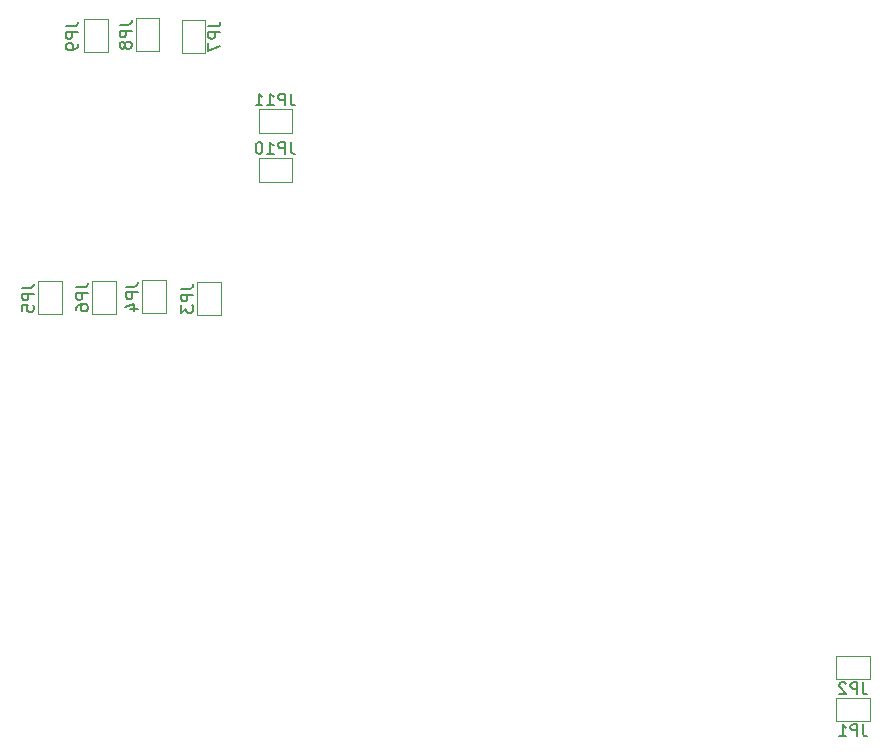
<source format=gbr>
%TF.GenerationSoftware,KiCad,Pcbnew,7.0.7*%
%TF.CreationDate,2024-05-08T11:13:53-07:00*%
%TF.ProjectId,Final_Project_Sutton_Yazzolino,46696e61-6c5f-4507-926f-6a6563745f53,rev?*%
%TF.SameCoordinates,Original*%
%TF.FileFunction,Legend,Bot*%
%TF.FilePolarity,Positive*%
%FSLAX46Y46*%
G04 Gerber Fmt 4.6, Leading zero omitted, Abs format (unit mm)*
G04 Created by KiCad (PCBNEW 7.0.7) date 2024-05-08 11:13:53*
%MOMM*%
%LPD*%
G01*
G04 APERTURE LIST*
%ADD10C,0.150000*%
%ADD11C,0.120000*%
G04 APERTURE END LIST*
D10*
X118404819Y-101016666D02*
X119119104Y-101016666D01*
X119119104Y-101016666D02*
X119261961Y-100969047D01*
X119261961Y-100969047D02*
X119357200Y-100873809D01*
X119357200Y-100873809D02*
X119404819Y-100730952D01*
X119404819Y-100730952D02*
X119404819Y-100635714D01*
X119404819Y-101492857D02*
X118404819Y-101492857D01*
X118404819Y-101492857D02*
X118404819Y-101873809D01*
X118404819Y-101873809D02*
X118452438Y-101969047D01*
X118452438Y-101969047D02*
X118500057Y-102016666D01*
X118500057Y-102016666D02*
X118595295Y-102064285D01*
X118595295Y-102064285D02*
X118738152Y-102064285D01*
X118738152Y-102064285D02*
X118833390Y-102016666D01*
X118833390Y-102016666D02*
X118881009Y-101969047D01*
X118881009Y-101969047D02*
X118928628Y-101873809D01*
X118928628Y-101873809D02*
X118928628Y-101492857D01*
X118404819Y-102921428D02*
X118404819Y-102730952D01*
X118404819Y-102730952D02*
X118452438Y-102635714D01*
X118452438Y-102635714D02*
X118500057Y-102588095D01*
X118500057Y-102588095D02*
X118642914Y-102492857D01*
X118642914Y-102492857D02*
X118833390Y-102445238D01*
X118833390Y-102445238D02*
X119214342Y-102445238D01*
X119214342Y-102445238D02*
X119309580Y-102492857D01*
X119309580Y-102492857D02*
X119357200Y-102540476D01*
X119357200Y-102540476D02*
X119404819Y-102635714D01*
X119404819Y-102635714D02*
X119404819Y-102826190D01*
X119404819Y-102826190D02*
X119357200Y-102921428D01*
X119357200Y-102921428D02*
X119309580Y-102969047D01*
X119309580Y-102969047D02*
X119214342Y-103016666D01*
X119214342Y-103016666D02*
X118976247Y-103016666D01*
X118976247Y-103016666D02*
X118881009Y-102969047D01*
X118881009Y-102969047D02*
X118833390Y-102921428D01*
X118833390Y-102921428D02*
X118785771Y-102826190D01*
X118785771Y-102826190D02*
X118785771Y-102635714D01*
X118785771Y-102635714D02*
X118833390Y-102540476D01*
X118833390Y-102540476D02*
X118881009Y-102492857D01*
X118881009Y-102492857D02*
X118976247Y-102445238D01*
X122104819Y-78791666D02*
X122819104Y-78791666D01*
X122819104Y-78791666D02*
X122961961Y-78744047D01*
X122961961Y-78744047D02*
X123057200Y-78648809D01*
X123057200Y-78648809D02*
X123104819Y-78505952D01*
X123104819Y-78505952D02*
X123104819Y-78410714D01*
X123104819Y-79267857D02*
X122104819Y-79267857D01*
X122104819Y-79267857D02*
X122104819Y-79648809D01*
X122104819Y-79648809D02*
X122152438Y-79744047D01*
X122152438Y-79744047D02*
X122200057Y-79791666D01*
X122200057Y-79791666D02*
X122295295Y-79839285D01*
X122295295Y-79839285D02*
X122438152Y-79839285D01*
X122438152Y-79839285D02*
X122533390Y-79791666D01*
X122533390Y-79791666D02*
X122581009Y-79744047D01*
X122581009Y-79744047D02*
X122628628Y-79648809D01*
X122628628Y-79648809D02*
X122628628Y-79267857D01*
X122533390Y-80410714D02*
X122485771Y-80315476D01*
X122485771Y-80315476D02*
X122438152Y-80267857D01*
X122438152Y-80267857D02*
X122342914Y-80220238D01*
X122342914Y-80220238D02*
X122295295Y-80220238D01*
X122295295Y-80220238D02*
X122200057Y-80267857D01*
X122200057Y-80267857D02*
X122152438Y-80315476D01*
X122152438Y-80315476D02*
X122104819Y-80410714D01*
X122104819Y-80410714D02*
X122104819Y-80601190D01*
X122104819Y-80601190D02*
X122152438Y-80696428D01*
X122152438Y-80696428D02*
X122200057Y-80744047D01*
X122200057Y-80744047D02*
X122295295Y-80791666D01*
X122295295Y-80791666D02*
X122342914Y-80791666D01*
X122342914Y-80791666D02*
X122438152Y-80744047D01*
X122438152Y-80744047D02*
X122485771Y-80696428D01*
X122485771Y-80696428D02*
X122533390Y-80601190D01*
X122533390Y-80601190D02*
X122533390Y-80410714D01*
X122533390Y-80410714D02*
X122581009Y-80315476D01*
X122581009Y-80315476D02*
X122628628Y-80267857D01*
X122628628Y-80267857D02*
X122723866Y-80220238D01*
X122723866Y-80220238D02*
X122914342Y-80220238D01*
X122914342Y-80220238D02*
X123009580Y-80267857D01*
X123009580Y-80267857D02*
X123057200Y-80315476D01*
X123057200Y-80315476D02*
X123104819Y-80410714D01*
X123104819Y-80410714D02*
X123104819Y-80601190D01*
X123104819Y-80601190D02*
X123057200Y-80696428D01*
X123057200Y-80696428D02*
X123009580Y-80744047D01*
X123009580Y-80744047D02*
X122914342Y-80791666D01*
X122914342Y-80791666D02*
X122723866Y-80791666D01*
X122723866Y-80791666D02*
X122628628Y-80744047D01*
X122628628Y-80744047D02*
X122581009Y-80696428D01*
X122581009Y-80696428D02*
X122533390Y-80601190D01*
X127304819Y-101141666D02*
X128019104Y-101141666D01*
X128019104Y-101141666D02*
X128161961Y-101094047D01*
X128161961Y-101094047D02*
X128257200Y-100998809D01*
X128257200Y-100998809D02*
X128304819Y-100855952D01*
X128304819Y-100855952D02*
X128304819Y-100760714D01*
X128304819Y-101617857D02*
X127304819Y-101617857D01*
X127304819Y-101617857D02*
X127304819Y-101998809D01*
X127304819Y-101998809D02*
X127352438Y-102094047D01*
X127352438Y-102094047D02*
X127400057Y-102141666D01*
X127400057Y-102141666D02*
X127495295Y-102189285D01*
X127495295Y-102189285D02*
X127638152Y-102189285D01*
X127638152Y-102189285D02*
X127733390Y-102141666D01*
X127733390Y-102141666D02*
X127781009Y-102094047D01*
X127781009Y-102094047D02*
X127828628Y-101998809D01*
X127828628Y-101998809D02*
X127828628Y-101617857D01*
X127304819Y-102522619D02*
X127304819Y-103141666D01*
X127304819Y-103141666D02*
X127685771Y-102808333D01*
X127685771Y-102808333D02*
X127685771Y-102951190D01*
X127685771Y-102951190D02*
X127733390Y-103046428D01*
X127733390Y-103046428D02*
X127781009Y-103094047D01*
X127781009Y-103094047D02*
X127876247Y-103141666D01*
X127876247Y-103141666D02*
X128114342Y-103141666D01*
X128114342Y-103141666D02*
X128209580Y-103094047D01*
X128209580Y-103094047D02*
X128257200Y-103046428D01*
X128257200Y-103046428D02*
X128304819Y-102951190D01*
X128304819Y-102951190D02*
X128304819Y-102665476D01*
X128304819Y-102665476D02*
X128257200Y-102570238D01*
X128257200Y-102570238D02*
X128209580Y-102522619D01*
X122629819Y-100966666D02*
X123344104Y-100966666D01*
X123344104Y-100966666D02*
X123486961Y-100919047D01*
X123486961Y-100919047D02*
X123582200Y-100823809D01*
X123582200Y-100823809D02*
X123629819Y-100680952D01*
X123629819Y-100680952D02*
X123629819Y-100585714D01*
X123629819Y-101442857D02*
X122629819Y-101442857D01*
X122629819Y-101442857D02*
X122629819Y-101823809D01*
X122629819Y-101823809D02*
X122677438Y-101919047D01*
X122677438Y-101919047D02*
X122725057Y-101966666D01*
X122725057Y-101966666D02*
X122820295Y-102014285D01*
X122820295Y-102014285D02*
X122963152Y-102014285D01*
X122963152Y-102014285D02*
X123058390Y-101966666D01*
X123058390Y-101966666D02*
X123106009Y-101919047D01*
X123106009Y-101919047D02*
X123153628Y-101823809D01*
X123153628Y-101823809D02*
X123153628Y-101442857D01*
X122963152Y-102871428D02*
X123629819Y-102871428D01*
X122582200Y-102633333D02*
X123296485Y-102395238D01*
X123296485Y-102395238D02*
X123296485Y-103014285D01*
X136559523Y-88704819D02*
X136559523Y-89419104D01*
X136559523Y-89419104D02*
X136607142Y-89561961D01*
X136607142Y-89561961D02*
X136702380Y-89657200D01*
X136702380Y-89657200D02*
X136845237Y-89704819D01*
X136845237Y-89704819D02*
X136940475Y-89704819D01*
X136083332Y-89704819D02*
X136083332Y-88704819D01*
X136083332Y-88704819D02*
X135702380Y-88704819D01*
X135702380Y-88704819D02*
X135607142Y-88752438D01*
X135607142Y-88752438D02*
X135559523Y-88800057D01*
X135559523Y-88800057D02*
X135511904Y-88895295D01*
X135511904Y-88895295D02*
X135511904Y-89038152D01*
X135511904Y-89038152D02*
X135559523Y-89133390D01*
X135559523Y-89133390D02*
X135607142Y-89181009D01*
X135607142Y-89181009D02*
X135702380Y-89228628D01*
X135702380Y-89228628D02*
X136083332Y-89228628D01*
X134559523Y-89704819D02*
X135130951Y-89704819D01*
X134845237Y-89704819D02*
X134845237Y-88704819D01*
X134845237Y-88704819D02*
X134940475Y-88847676D01*
X134940475Y-88847676D02*
X135035713Y-88942914D01*
X135035713Y-88942914D02*
X135130951Y-88990533D01*
X133940475Y-88704819D02*
X133845237Y-88704819D01*
X133845237Y-88704819D02*
X133749999Y-88752438D01*
X133749999Y-88752438D02*
X133702380Y-88800057D01*
X133702380Y-88800057D02*
X133654761Y-88895295D01*
X133654761Y-88895295D02*
X133607142Y-89085771D01*
X133607142Y-89085771D02*
X133607142Y-89323866D01*
X133607142Y-89323866D02*
X133654761Y-89514342D01*
X133654761Y-89514342D02*
X133702380Y-89609580D01*
X133702380Y-89609580D02*
X133749999Y-89657200D01*
X133749999Y-89657200D02*
X133845237Y-89704819D01*
X133845237Y-89704819D02*
X133940475Y-89704819D01*
X133940475Y-89704819D02*
X134035713Y-89657200D01*
X134035713Y-89657200D02*
X134083332Y-89609580D01*
X134083332Y-89609580D02*
X134130951Y-89514342D01*
X134130951Y-89514342D02*
X134178570Y-89323866D01*
X134178570Y-89323866D02*
X134178570Y-89085771D01*
X134178570Y-89085771D02*
X134130951Y-88895295D01*
X134130951Y-88895295D02*
X134083332Y-88800057D01*
X134083332Y-88800057D02*
X134035713Y-88752438D01*
X134035713Y-88752438D02*
X133940475Y-88704819D01*
X185008333Y-138004819D02*
X185008333Y-138719104D01*
X185008333Y-138719104D02*
X185055952Y-138861961D01*
X185055952Y-138861961D02*
X185151190Y-138957200D01*
X185151190Y-138957200D02*
X185294047Y-139004819D01*
X185294047Y-139004819D02*
X185389285Y-139004819D01*
X184532142Y-139004819D02*
X184532142Y-138004819D01*
X184532142Y-138004819D02*
X184151190Y-138004819D01*
X184151190Y-138004819D02*
X184055952Y-138052438D01*
X184055952Y-138052438D02*
X184008333Y-138100057D01*
X184008333Y-138100057D02*
X183960714Y-138195295D01*
X183960714Y-138195295D02*
X183960714Y-138338152D01*
X183960714Y-138338152D02*
X184008333Y-138433390D01*
X184008333Y-138433390D02*
X184055952Y-138481009D01*
X184055952Y-138481009D02*
X184151190Y-138528628D01*
X184151190Y-138528628D02*
X184532142Y-138528628D01*
X183008333Y-139004819D02*
X183579761Y-139004819D01*
X183294047Y-139004819D02*
X183294047Y-138004819D01*
X183294047Y-138004819D02*
X183389285Y-138147676D01*
X183389285Y-138147676D02*
X183484523Y-138242914D01*
X183484523Y-138242914D02*
X183579761Y-138290533D01*
X136559523Y-84604819D02*
X136559523Y-85319104D01*
X136559523Y-85319104D02*
X136607142Y-85461961D01*
X136607142Y-85461961D02*
X136702380Y-85557200D01*
X136702380Y-85557200D02*
X136845237Y-85604819D01*
X136845237Y-85604819D02*
X136940475Y-85604819D01*
X136083332Y-85604819D02*
X136083332Y-84604819D01*
X136083332Y-84604819D02*
X135702380Y-84604819D01*
X135702380Y-84604819D02*
X135607142Y-84652438D01*
X135607142Y-84652438D02*
X135559523Y-84700057D01*
X135559523Y-84700057D02*
X135511904Y-84795295D01*
X135511904Y-84795295D02*
X135511904Y-84938152D01*
X135511904Y-84938152D02*
X135559523Y-85033390D01*
X135559523Y-85033390D02*
X135607142Y-85081009D01*
X135607142Y-85081009D02*
X135702380Y-85128628D01*
X135702380Y-85128628D02*
X136083332Y-85128628D01*
X134559523Y-85604819D02*
X135130951Y-85604819D01*
X134845237Y-85604819D02*
X134845237Y-84604819D01*
X134845237Y-84604819D02*
X134940475Y-84747676D01*
X134940475Y-84747676D02*
X135035713Y-84842914D01*
X135035713Y-84842914D02*
X135130951Y-84890533D01*
X133607142Y-85604819D02*
X134178570Y-85604819D01*
X133892856Y-85604819D02*
X133892856Y-84604819D01*
X133892856Y-84604819D02*
X133988094Y-84747676D01*
X133988094Y-84747676D02*
X134083332Y-84842914D01*
X134083332Y-84842914D02*
X134178570Y-84890533D01*
X113829819Y-101066666D02*
X114544104Y-101066666D01*
X114544104Y-101066666D02*
X114686961Y-101019047D01*
X114686961Y-101019047D02*
X114782200Y-100923809D01*
X114782200Y-100923809D02*
X114829819Y-100780952D01*
X114829819Y-100780952D02*
X114829819Y-100685714D01*
X114829819Y-101542857D02*
X113829819Y-101542857D01*
X113829819Y-101542857D02*
X113829819Y-101923809D01*
X113829819Y-101923809D02*
X113877438Y-102019047D01*
X113877438Y-102019047D02*
X113925057Y-102066666D01*
X113925057Y-102066666D02*
X114020295Y-102114285D01*
X114020295Y-102114285D02*
X114163152Y-102114285D01*
X114163152Y-102114285D02*
X114258390Y-102066666D01*
X114258390Y-102066666D02*
X114306009Y-102019047D01*
X114306009Y-102019047D02*
X114353628Y-101923809D01*
X114353628Y-101923809D02*
X114353628Y-101542857D01*
X113829819Y-103019047D02*
X113829819Y-102542857D01*
X113829819Y-102542857D02*
X114306009Y-102495238D01*
X114306009Y-102495238D02*
X114258390Y-102542857D01*
X114258390Y-102542857D02*
X114210771Y-102638095D01*
X114210771Y-102638095D02*
X114210771Y-102876190D01*
X114210771Y-102876190D02*
X114258390Y-102971428D01*
X114258390Y-102971428D02*
X114306009Y-103019047D01*
X114306009Y-103019047D02*
X114401247Y-103066666D01*
X114401247Y-103066666D02*
X114639342Y-103066666D01*
X114639342Y-103066666D02*
X114734580Y-103019047D01*
X114734580Y-103019047D02*
X114782200Y-102971428D01*
X114782200Y-102971428D02*
X114829819Y-102876190D01*
X114829819Y-102876190D02*
X114829819Y-102638095D01*
X114829819Y-102638095D02*
X114782200Y-102542857D01*
X114782200Y-102542857D02*
X114734580Y-102495238D01*
X185008333Y-134454819D02*
X185008333Y-135169104D01*
X185008333Y-135169104D02*
X185055952Y-135311961D01*
X185055952Y-135311961D02*
X185151190Y-135407200D01*
X185151190Y-135407200D02*
X185294047Y-135454819D01*
X185294047Y-135454819D02*
X185389285Y-135454819D01*
X184532142Y-135454819D02*
X184532142Y-134454819D01*
X184532142Y-134454819D02*
X184151190Y-134454819D01*
X184151190Y-134454819D02*
X184055952Y-134502438D01*
X184055952Y-134502438D02*
X184008333Y-134550057D01*
X184008333Y-134550057D02*
X183960714Y-134645295D01*
X183960714Y-134645295D02*
X183960714Y-134788152D01*
X183960714Y-134788152D02*
X184008333Y-134883390D01*
X184008333Y-134883390D02*
X184055952Y-134931009D01*
X184055952Y-134931009D02*
X184151190Y-134978628D01*
X184151190Y-134978628D02*
X184532142Y-134978628D01*
X183579761Y-134550057D02*
X183532142Y-134502438D01*
X183532142Y-134502438D02*
X183436904Y-134454819D01*
X183436904Y-134454819D02*
X183198809Y-134454819D01*
X183198809Y-134454819D02*
X183103571Y-134502438D01*
X183103571Y-134502438D02*
X183055952Y-134550057D01*
X183055952Y-134550057D02*
X183008333Y-134645295D01*
X183008333Y-134645295D02*
X183008333Y-134740533D01*
X183008333Y-134740533D02*
X183055952Y-134883390D01*
X183055952Y-134883390D02*
X183627380Y-135454819D01*
X183627380Y-135454819D02*
X183008333Y-135454819D01*
X129604819Y-78916666D02*
X130319104Y-78916666D01*
X130319104Y-78916666D02*
X130461961Y-78869047D01*
X130461961Y-78869047D02*
X130557200Y-78773809D01*
X130557200Y-78773809D02*
X130604819Y-78630952D01*
X130604819Y-78630952D02*
X130604819Y-78535714D01*
X130604819Y-79392857D02*
X129604819Y-79392857D01*
X129604819Y-79392857D02*
X129604819Y-79773809D01*
X129604819Y-79773809D02*
X129652438Y-79869047D01*
X129652438Y-79869047D02*
X129700057Y-79916666D01*
X129700057Y-79916666D02*
X129795295Y-79964285D01*
X129795295Y-79964285D02*
X129938152Y-79964285D01*
X129938152Y-79964285D02*
X130033390Y-79916666D01*
X130033390Y-79916666D02*
X130081009Y-79869047D01*
X130081009Y-79869047D02*
X130128628Y-79773809D01*
X130128628Y-79773809D02*
X130128628Y-79392857D01*
X129604819Y-80297619D02*
X129604819Y-80964285D01*
X129604819Y-80964285D02*
X130604819Y-80535714D01*
X117529819Y-78916666D02*
X118244104Y-78916666D01*
X118244104Y-78916666D02*
X118386961Y-78869047D01*
X118386961Y-78869047D02*
X118482200Y-78773809D01*
X118482200Y-78773809D02*
X118529819Y-78630952D01*
X118529819Y-78630952D02*
X118529819Y-78535714D01*
X118529819Y-79392857D02*
X117529819Y-79392857D01*
X117529819Y-79392857D02*
X117529819Y-79773809D01*
X117529819Y-79773809D02*
X117577438Y-79869047D01*
X117577438Y-79869047D02*
X117625057Y-79916666D01*
X117625057Y-79916666D02*
X117720295Y-79964285D01*
X117720295Y-79964285D02*
X117863152Y-79964285D01*
X117863152Y-79964285D02*
X117958390Y-79916666D01*
X117958390Y-79916666D02*
X118006009Y-79869047D01*
X118006009Y-79869047D02*
X118053628Y-79773809D01*
X118053628Y-79773809D02*
X118053628Y-79392857D01*
X118529819Y-80440476D02*
X118529819Y-80630952D01*
X118529819Y-80630952D02*
X118482200Y-80726190D01*
X118482200Y-80726190D02*
X118434580Y-80773809D01*
X118434580Y-80773809D02*
X118291723Y-80869047D01*
X118291723Y-80869047D02*
X118101247Y-80916666D01*
X118101247Y-80916666D02*
X117720295Y-80916666D01*
X117720295Y-80916666D02*
X117625057Y-80869047D01*
X117625057Y-80869047D02*
X117577438Y-80821428D01*
X117577438Y-80821428D02*
X117529819Y-80726190D01*
X117529819Y-80726190D02*
X117529819Y-80535714D01*
X117529819Y-80535714D02*
X117577438Y-80440476D01*
X117577438Y-80440476D02*
X117625057Y-80392857D01*
X117625057Y-80392857D02*
X117720295Y-80345238D01*
X117720295Y-80345238D02*
X117958390Y-80345238D01*
X117958390Y-80345238D02*
X118053628Y-80392857D01*
X118053628Y-80392857D02*
X118101247Y-80440476D01*
X118101247Y-80440476D02*
X118148866Y-80535714D01*
X118148866Y-80535714D02*
X118148866Y-80726190D01*
X118148866Y-80726190D02*
X118101247Y-80821428D01*
X118101247Y-80821428D02*
X118053628Y-80869047D01*
X118053628Y-80869047D02*
X117958390Y-80916666D01*
D11*
%TO.C,JP6*%
X121750000Y-100450000D02*
X119750000Y-100450000D01*
X119750000Y-100450000D02*
X119750000Y-103250000D01*
X121750000Y-103250000D02*
X121750000Y-100450000D01*
X119750000Y-103250000D02*
X121750000Y-103250000D01*
%TO.C,JP8*%
X125450000Y-78225000D02*
X123450000Y-78225000D01*
X123450000Y-78225000D02*
X123450000Y-81025000D01*
X125450000Y-81025000D02*
X125450000Y-78225000D01*
X123450000Y-81025000D02*
X125450000Y-81025000D01*
%TO.C,JP3*%
X130650000Y-100575000D02*
X128650000Y-100575000D01*
X128650000Y-100575000D02*
X128650000Y-103375000D01*
X130650000Y-103375000D02*
X130650000Y-100575000D01*
X128650000Y-103375000D02*
X130650000Y-103375000D01*
%TO.C,JP4*%
X125975000Y-100400000D02*
X123975000Y-100400000D01*
X123975000Y-100400000D02*
X123975000Y-103200000D01*
X125975000Y-103200000D02*
X125975000Y-100400000D01*
X123975000Y-103200000D02*
X125975000Y-103200000D01*
%TO.C,JP10*%
X136650000Y-92050000D02*
X136650000Y-90050000D01*
X136650000Y-90050000D02*
X133850000Y-90050000D01*
X133850000Y-92050000D02*
X136650000Y-92050000D01*
X133850000Y-90050000D02*
X133850000Y-92050000D01*
%TO.C,JP1*%
X182775000Y-135750000D02*
X182775000Y-137750000D01*
X182775000Y-137750000D02*
X185575000Y-137750000D01*
X185575000Y-135750000D02*
X182775000Y-135750000D01*
X185575000Y-137750000D02*
X185575000Y-135750000D01*
%TO.C,JP11*%
X136650000Y-87950000D02*
X136650000Y-85950000D01*
X136650000Y-85950000D02*
X133850000Y-85950000D01*
X133850000Y-87950000D02*
X136650000Y-87950000D01*
X133850000Y-85950000D02*
X133850000Y-87950000D01*
%TO.C,JP5*%
X117175000Y-100500000D02*
X115175000Y-100500000D01*
X115175000Y-100500000D02*
X115175000Y-103300000D01*
X117175000Y-103300000D02*
X117175000Y-100500000D01*
X115175000Y-103300000D02*
X117175000Y-103300000D01*
%TO.C,JP2*%
X182775000Y-132200000D02*
X182775000Y-134200000D01*
X182775000Y-134200000D02*
X185575000Y-134200000D01*
X185575000Y-132200000D02*
X182775000Y-132200000D01*
X185575000Y-134200000D02*
X185575000Y-132200000D01*
%TO.C,JP7*%
X127350000Y-81150000D02*
X129350000Y-81150000D01*
X129350000Y-81150000D02*
X129350000Y-78350000D01*
X127350000Y-78350000D02*
X127350000Y-81150000D01*
X129350000Y-78350000D02*
X127350000Y-78350000D01*
%TO.C,JP9*%
X121075000Y-78275000D02*
X119075000Y-78275000D01*
X119075000Y-78275000D02*
X119075000Y-81075000D01*
X121075000Y-81075000D02*
X121075000Y-78275000D01*
X119075000Y-81075000D02*
X121075000Y-81075000D01*
%TD*%
M02*

</source>
